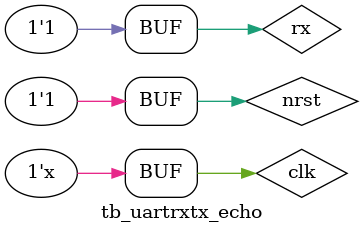
<source format=v>
`timescale 1ns / 1ps
`define CLK_PERIOD 10 //10ns
`define BAUD_MULT 10416 //10416 clks = 1 bit
module tb_uartrxtx_echo;

	// Inputs
	reg clk;
	reg nrst;
	reg rx;
  wire tx;

	// Outputs
	wire [7:0] dout;

	// Instantiate the Unit Under Test (UUT)
	uartrxtx_echo uut (
		.clk(clk), 
		.nrst(nrst), 
		.rx(rx),
    .tx(tx)
	);
  
  always begin
    #(`CLK_PERIOD/2) clk = ~clk;
  end

	initial begin
		// Initialize Inputs
		clk = 0;
		nrst = 0;
		rx = 1'b1;

		// Wait 100 ns for global reset to finish
		#(`CLK_PERIOD*10);
    nrst = 1'b1;
    #(`CLK_PERIOD*10);
        
		// Add stimulus here
    #(`CLK_PERIOD * (`BAUD_MULT/2));
    #(`CLK_PERIOD * 5 * `BAUD_MULT);
    // Start bit
    rx = 0;
    #(`CLK_PERIOD * `BAUD_MULT);
    // bit 0
    rx = 1'b1;
    #(`CLK_PERIOD * `BAUD_MULT);
    // bit 1
    rx = 0;
    #(`CLK_PERIOD * `BAUD_MULT);
    // bit 2
    rx = 1'b1;
    #(`CLK_PERIOD * `BAUD_MULT);
    // bit 3
    rx = 1'b0;
    #(`CLK_PERIOD * `BAUD_MULT);
    // bit 4
    rx = 1'b0;
    #(`CLK_PERIOD * `BAUD_MULT);
    // bit 5
    rx = 1'b0;
    #(`CLK_PERIOD * `BAUD_MULT);
    // bit 6
    rx = 1'b1;
    #(`CLK_PERIOD * `BAUD_MULT);
    // bit 7
    rx = 1'b0;
    #(`CLK_PERIOD * `BAUD_MULT);
    // Stop bit
    rx = 1'b1;
    #(`CLK_PERIOD * `BAUD_MULT);
    
    // delay between test cases
    #(`CLK_PERIOD * `BAUD_MULT * 20);
    
    // Start bit
    rx = 0;
    #(`CLK_PERIOD * `BAUD_MULT);
    // bit 0
    rx = 1'b0;
    #(`CLK_PERIOD * `BAUD_MULT);
    // bit 1
    rx = 1'b1;
    #(`CLK_PERIOD * `BAUD_MULT);
    // bit 2
    rx = 1'b1;
    #(`CLK_PERIOD * `BAUD_MULT);
    // bit 3
    rx = 1'b0;
    #(`CLK_PERIOD * `BAUD_MULT);
    // bit 4
    rx = 1'b1;
    #(`CLK_PERIOD * `BAUD_MULT);
    // bit 5
    rx = 1'b0;
    #(`CLK_PERIOD * `BAUD_MULT);
    // bit 6
    rx = 1'b1;
    #(`CLK_PERIOD * `BAUD_MULT);
    // bit 7
    rx = 1'b1;
    #(`CLK_PERIOD * `BAUD_MULT);
    // Stop bit
    rx = 1'b1;
    #(`CLK_PERIOD * `BAUD_MULT);

    #(`CLK_PERIOD * 10);
	end
      
endmodule


</source>
